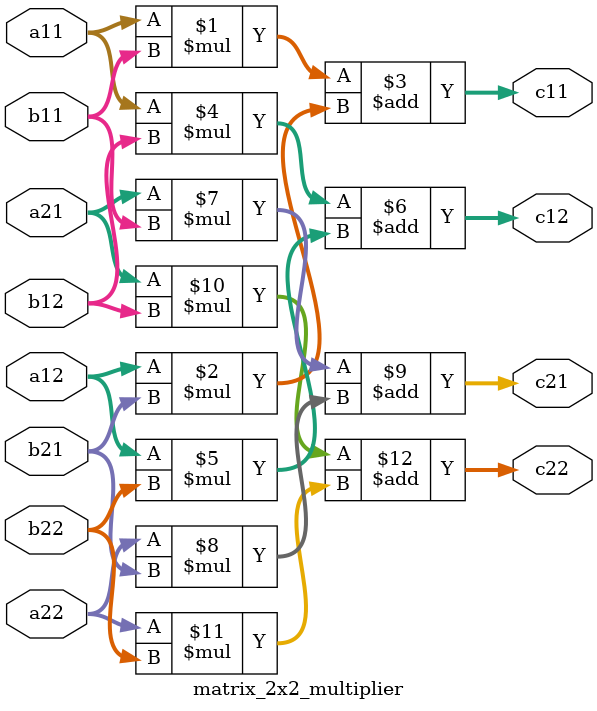
<source format=v>
module matrix_2x2_multiplier (
    input  [7:0] a11, a12, a21, a22,
    input  [7:0] b11, b12, b21, b22,
    output [15:0] c11, c12, c21, c22
);

    assign c11 = (a11 * b11) + (a12 * b21);
    assign c12 = (a11 * b12) + (a12 * b22);
    assign c21 = (a21 * b11) + (a22 * b21);
    assign c22 = (a21 * b12) + (a22 * b22);

endmodule

</source>
